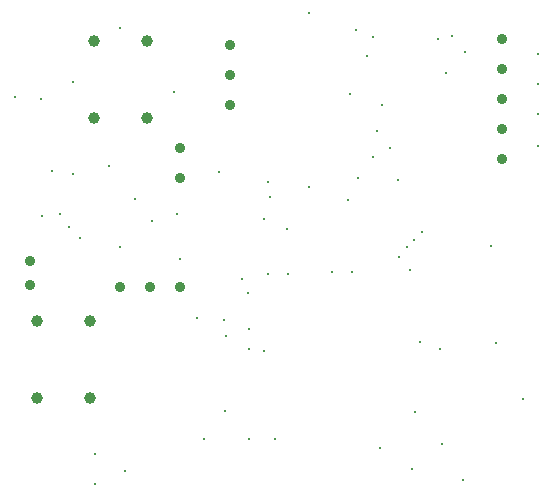
<source format=gbr>
%TF.GenerationSoftware,Novarm,DipTrace,3.3.0.1*%
%TF.CreationDate,2018-11-14T10:13:07-08:00*%
%FSLAX26Y26*%
%MOIN*%
%TF.FileFunction,Plated,1,2,PTH,Drill*%
%TF.Part,Single*%
%TA.AperFunction,ViaDrill*%
%ADD45C,0.01*%
%TA.AperFunction,ComponentDrill*%
%ADD47C,0.035433*%
%ADD48C,0.03937*%
G75*
G01*
D47*
X1043380Y1606031D3*
Y1506031D3*
X1043700Y1143700D3*
X943700D3*
X843700D3*
X1212112Y1949745D3*
Y1849745D3*
Y1749745D3*
D48*
X933700Y1961949D3*
X756535D3*
Y1706044D3*
X933700D3*
X567700Y773949D3*
X744865D3*
Y1029855D3*
X567700D3*
D47*
X543432Y1149829D3*
Y1228569D3*
X2118700Y1968699D3*
Y1868699D3*
Y1768699D3*
Y1668699D3*
Y1568699D3*
D45*
X2187010Y768619D3*
X1818298Y537393D3*
X1918288Y618634D3*
X1987031Y499897D3*
X1712060Y606136D3*
X1124621Y637382D3*
X1274606D3*
X1362096D3*
X862149Y531144D3*
X762159Y487398D3*
Y587388D3*
X493438Y1774763D3*
X580928Y1768514D3*
X843401Y2005989D3*
X1474585Y2055983D3*
X2237449Y1918700D3*
Y1818700D3*
Y1718700D3*
X2237451Y1612449D3*
X1474585Y1474794D3*
X1343348Y1443548D3*
X893396Y1437298D3*
X843401Y1274815D3*
X1668314Y1912249D3*
X1799949Y1274949D3*
X1323700Y929949D3*
X1911700Y935949D3*
X1930787Y1857818D3*
X1718700Y1749949D3*
X2099519Y956099D3*
X1337099Y1187325D3*
X1605821Y1432863D3*
X1551390Y1193574D3*
X585700Y1380878D3*
X1197700Y977949D3*
X1275700Y1001949D3*
X1399949Y1337449D3*
X1275700Y935949D3*
X1845700Y959949D3*
X1774951Y1243700D3*
X1687451Y1574949D3*
X1043700Y1237449D3*
X1269700Y1121949D3*
X951700Y1361949D3*
X1191700Y1031949D3*
X1812449Y1199949D3*
X1631200Y1999949D3*
X1949949Y1981200D3*
X1687451Y1974949D3*
X1906200Y1968493D3*
X1824949Y1299949D3*
X1849949Y1324949D3*
X1699951Y1662449D3*
X1743700Y1606200D3*
X1251700Y1169949D3*
X1035700Y1385949D3*
X1101700Y1037949D3*
X1324951Y1368700D3*
X674669Y1343651D3*
X687167Y1518540D3*
X687451Y1824949D3*
X1024951Y1793700D3*
X1193699Y731199D3*
X1826279Y724949D3*
X1637067Y1506041D3*
X1618700Y1193699D3*
X1406201Y1187449D3*
X1993700Y1924949D3*
X1772670Y1499949D3*
X2081200Y1281199D3*
X1337099Y1493543D3*
X1612070Y1787262D3*
X1174616Y1524789D3*
X1337099Y1493543D3*
X643422Y1387304D3*
X618424Y1531039D3*
X808602Y1546539D3*
X712165Y1306062D3*
M02*

</source>
